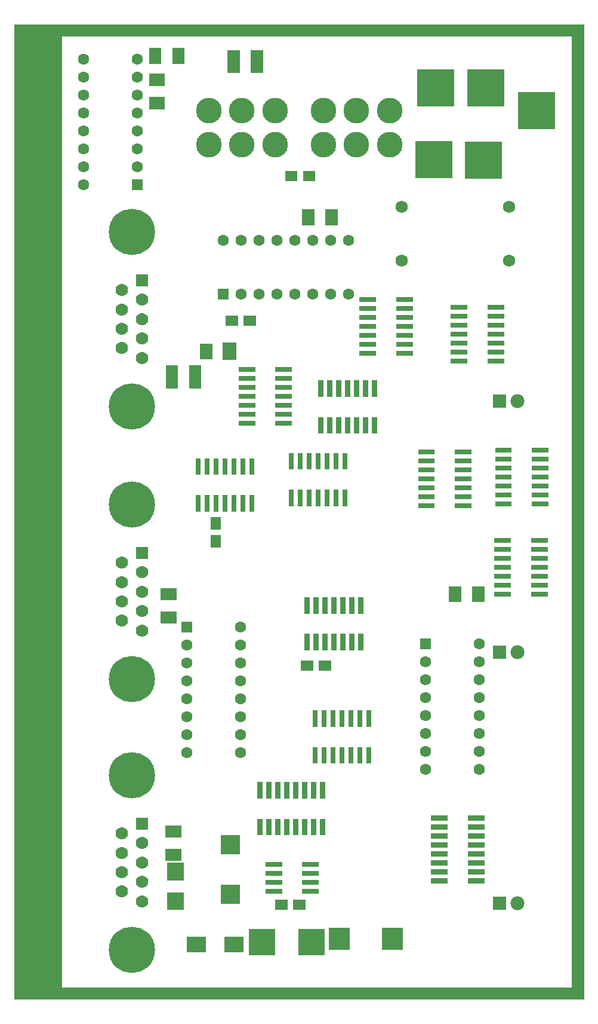
<source format=gbr>
G04 Title: Twister2, solder mask component side *
G04 Creator: pcb-bin 20060321 *
G04 CreationDate: Thu May 25 07:45:50 2006 UTC *
G04 For: clock *
G04 Format: Gerber/RS-274X *
G04 PCB-Dimensions: 322834 546999 *
G04 PCB-Coordinate-Origin: lower left *
%MOIN*%
%FSLAX24Y24*%
%IPPOS*%
%ADD11C,0.0200*%
%ADD12C,0.0479*%
%ADD13C,0.0200*%
%ADD14C,0.0480*%
%ADD15C,0.0120*%
%ADD16C,0.0400*%
%ADD17C,0.0800*%
%ADD18C,0.1080*%
%ADD19C,0.0400*%
%ADD20C,0.0680*%
%ADD21C,0.0399*%
%ADD22C,0.0479*%
%ADD23C,0.0100*%
%ADD24C,0.0374*%
%ADD25R,0.0866X0.0866*%
%ADD26R,0.1142X0.1142*%
%ADD27R,0.0946X0.0946*%
%ADD28C,0.0079*%
%ADD29C,0.0080*%
%ADD30R,0.1102X0.1102*%
%ADD31R,0.1378X0.1378*%
%ADD32R,0.1182X0.1182*%
%ADD33C,0.0394*%
%ADD34R,0.0600X0.0600*%
%ADD35R,0.0876X0.0876*%
%ADD36R,0.0680X0.0680*%
%ADD37R,0.0800X0.0800*%
%ADD38R,0.1076X0.1076*%
%ADD39R,0.0880X0.0880*%
%ADD40C,0.0300*%
%ADD41C,0.0400*%
%ADD42C,0.0200*%
%ADD43R,0.0876X0.0876*%
%ADD44R,0.2000X0.2000*%
%ADD45R,0.2276X0.2276*%
%ADD46R,0.2080X0.2080*%
%ADD47R,0.0500X0.0500*%
%ADD48R,0.0775X0.0775*%
%ADD49R,0.0580X0.0580*%
%ADD50R,0.0552X0.0552*%
%ADD51R,0.0632X0.0632*%
%ADD52C,0.0156*%
%AMTHERM1*7,0,0,0.0828,0.0552,0.0156,45*%
%ADD53THERM1*%
%ADD54R,0.0828X0.0828X0.0552X0.0552*%
%ADD55R,0.0828X0.0828*%
%ADD56C,0.0552*%
%ADD57C,0.0632*%
%ADD58C,0.0828X0.0552*%
%ADD59C,0.0828*%
%ADD60C,0.0600*%
%ADD61C,0.0680*%
%ADD62C,0.0876X0.0600*%
%ADD63C,0.0876*%
%ADD64C,0.0160*%
%AMTHERM2*7,0,0,0.0876,0.0600,0.0160,45*%
%ADD65THERM2*%
%ADD66R,0.0700X0.0700*%
%ADD67R,0.0780X0.0780*%
%ADD68R,0.0975X0.0975X0.0700X0.0700*%
%ADD69R,0.0975X0.0975*%
%ADD70C,0.0700*%
%ADD71C,0.0780*%
%ADD72C,0.0210*%
%AMTHERM3*7,0,0,0.0975,0.0700,0.0210,45*%
%ADD73THERM3*%
%ADD74C,0.0975X0.0700*%
%ADD75C,0.0975*%
%ADD76R,0.0916X0.0916*%
%ADD77R,0.0200X0.0200*%
%ADD78R,0.0476X0.0476*%
%ADD79R,0.0280X0.0280*%
%ADD80C,0.1350*%
%ADD81C,0.1430*%
%ADD82C,0.1626X0.1350*%
%ADD83C,0.1626*%
%ADD84R,0.1378X0.1378*%
%ADD85R,0.1653X0.1653*%
%ADD86R,0.1458X0.1458*%
%ADD87R,0.0984X0.0984*%
%ADD88R,0.1260X0.1260*%
%ADD89R,0.1064X0.1064*%
%ADD90R,0.0620X0.0620*%
%ADD91R,0.0900X0.0900X0.0620X0.0620*%
%ADD92R,0.0900X0.0900*%
%ADD93C,0.0620*%
%ADD94C,0.0900X0.0620*%
%ADD95C,0.0900*%
%ADD96C,0.2500*%
%ADD97C,0.2580*%
%ADD98C,0.0625*%
%AMTHERM4*7,0,0,0.2780,0.2500,0.0625,45*%
%ADD99THERM4*%
%ADD100C,0.2780X0.2500*%
%ADD101C,0.2780*%
%ADD102C,0.0133*%
%AMTHERM5*7,0,0,0.0900,0.0620,0.0133,45*%
%ADD103THERM5*%
%ADD104R,0.2600X0.2600*%
%ADD105R,0.2876X0.2876*%
%ADD106R,0.2680X0.2680*%
%ADD107C,0.0169*%
%ADD108C,0.0135*%
%ADD109C,0.0128*%
%ADD110C,0.0162*%
%ADD111C,0.0122*%
%ADD112C,0.0142*%
%ADD113C,0.0149*%
%ADD114C,0.0119*%
%ADD115C,0.0136*%
%ADD116C,0.0128*%
%ADD117C,0.0108*%
%ADD118C,0.0156*%
%ADD119C,0.0101*%
%ADD120C,0.0094*%
%ADD121C,0.0115*%
%ADD122C,0.0173*%
%ADD123C,0.0146*%
%ADD124C,0.0098*%
%ADD125C,0.0091*%
%ADD126C,0.0118*%
%ADD127C,0.0220*%
%ADD128C,0.0186*%
%ADD129C,0.0152*%
%ADD130C,0.0105*%
%ADD131C,0.0132*%
%ADD132C,0.0800*%
%ADD133C,0.1079*%
%ADD134C,0.1079X0.0800*%
%ADD135C,0.0560*%
%ADD136C,0.0839*%
%ADD137C,0.0839X0.0560*%
%ADD138C,0.0480*%
%ADD139C,0.0759*%
%ADD140C,0.0759X0.0480*%
%ADD141C,0.0650*%
%ADD142C,0.0929*%
%ADD143C,0.0929X0.0650*%
%ADD144C,0.0150*%
%AMTHERM6*7,0,0,0.0929,0.0650,0.0150,45*%
%ADD145THERM6*%
%AMTHERM7*7,0,0,0.1079,0.0800,0.0150,45*%
%ADD146THERM7*%
%ADD147C,0.0839*%
%ADD148C,0.0839X0.0560*%
%ADD149C,0.1080X0.0800*%
%ADD150C,0.0160*%
%AMTHERM8*7,0,0,0.0839,0.0560,0.0160,45*%
%ADD151THERM8*%
%ADD152C,0.0120*%
%AMTHERM9*7,0,0,0.0759,0.0480,0.0120,45*%
%ADD153THERM9*%
%ADD154C,0.0150*%
%AMTHERM10*7,0,0,0.1080,0.0800,0.0150,45*%
%ADD155THERM10*%
%ADD156C,0.0560*%
%ADD157C,0.0839*%
%ADD158C,0.0839X0.0560*%
%LNGROUP_3*%
%LPD*%
G01X0Y0D02*
G54D27*X9153Y7318D02*Y7278D01*
Y5664D02*Y5625D01*
G54D32*X18303Y3559D02*Y3520D01*
X21256Y3559D02*Y3520D01*
G54D36*X2460Y499D02*X31630D01*
G54D46*X26480Y51009D03*
X26350Y46969D03*
X23580Y46989D03*
G54D36*X8010Y50149D02*X8210D01*
X8010Y51449D02*X8210D01*
X8010Y52889D02*Y52689D01*
X9310Y52889D02*Y52689D01*
G54D46*X29320Y49749D03*
X23690Y51009D03*
G54D36*X26060Y22869D02*Y22669D01*
X24760Y22869D02*Y22669D01*
G54D39*X12335Y3234D02*X12515D01*
X10205D02*X10405D01*
G54D49*X16450Y18789D02*X16550D01*
X17450D02*X17550D01*
X15560Y46079D02*X15660D01*
X16560D02*X16660D01*
G54D79*X17370Y12159D02*Y11509D01*
X16870Y12159D02*Y11509D01*
X16370Y12159D02*Y11509D01*
X15870Y12159D02*Y11509D01*
X15370Y12159D02*Y11509D01*
X14870Y12159D02*Y11509D01*
X14370Y12159D02*Y11509D01*
Y10109D02*Y9459D01*
X14870Y10109D02*Y9459D01*
X15370Y10109D02*Y9459D01*
X15870Y10109D02*Y9459D01*
X16370Y10109D02*Y9459D01*
X16870Y10109D02*Y9459D01*
X17370Y10109D02*Y9459D01*
X13870Y12159D02*Y11509D01*
Y10109D02*Y9459D01*
X10410Y30209D02*Y29559D01*
X10910Y30209D02*Y29559D01*
X11410Y30209D02*Y29559D01*
X11910Y30209D02*Y29559D01*
X12410Y30209D02*Y29559D01*
X12910Y30209D02*Y29559D01*
X13410Y30209D02*Y29559D01*
Y28159D02*Y27509D01*
X12910Y28159D02*Y27509D01*
X12410Y28159D02*Y27509D01*
X11910Y28159D02*Y27509D01*
X11410Y28159D02*Y27509D01*
X10910Y28159D02*Y27509D01*
X10410Y28159D02*Y27509D01*
X18610Y28459D02*Y27809D01*
X18110Y28459D02*Y27809D01*
X17610Y28459D02*Y27809D01*
X17110Y28459D02*Y27809D01*
X16610Y28459D02*Y27809D01*
X16110Y28459D02*Y27809D01*
X15610Y28459D02*Y27809D01*
Y30509D02*Y29859D01*
X16110Y30509D02*Y29859D01*
X16610Y30509D02*Y29859D01*
X17110Y30509D02*Y29859D01*
X17610Y30509D02*Y29859D01*
X18110Y30509D02*Y29859D01*
X18610Y30509D02*Y29859D01*
G54D49*X15020Y5449D02*X15120D01*
X16020D02*X16120D01*
G54D79*X16500Y22469D02*Y21819D01*
X17000Y22469D02*Y21819D01*
X17500Y22469D02*Y21819D01*
X18000Y22469D02*Y21819D01*
X18500Y22469D02*Y21819D01*
X19000Y22469D02*Y21819D01*
X19500Y22469D02*Y21819D01*
Y20419D02*Y19769D01*
X19000Y20419D02*Y19769D01*
X18500Y20419D02*Y19769D01*
X18000Y20419D02*Y19769D01*
X17500Y20419D02*Y19769D01*
X17000Y20419D02*Y19769D01*
X16500Y20419D02*Y19769D01*
X16360Y6209D02*X17010D01*
X16360Y6709D02*X17010D01*
X16360Y7209D02*X17010D01*
X16360Y7709D02*X17010D01*
X14310D02*X14960D01*
X14310Y7209D02*X14960D01*
X14310Y6709D02*X14960D01*
X14310Y6209D02*X14960D01*
G54D49*X11400Y25769D02*Y25669D01*
Y26769D02*Y26669D01*
G54D36*X2470Y54199D02*X31630D01*
G54D79*X23560Y10289D02*X24210D01*
X23560Y9789D02*X24210D01*
X23560Y9289D02*X24210D01*
X23560Y8789D02*X24210D01*
X23560Y8289D02*X24210D01*
X23560Y7789D02*X24210D01*
X23560Y7289D02*X24210D01*
X25610D02*X26260D01*
X25610Y7789D02*X26260D01*
X25610Y8289D02*X26260D01*
X25610Y8789D02*X26260D01*
X25610Y9289D02*X26260D01*
X25610Y9789D02*X26260D01*
X25610Y10289D02*X26260D01*
X23560Y6789D02*X24210D01*
X25610D02*X26260D01*
G54D36*X8930Y9529D02*X9130D01*
X8930Y8229D02*X9130D01*
G54D79*X29150Y25759D02*X29800D01*
X29150Y25259D02*X29800D01*
X29150Y24759D02*X29800D01*
X29150Y24259D02*X29800D01*
X29150Y23759D02*X29800D01*
X29150Y23259D02*X29800D01*
X29150Y22759D02*X29800D01*
X27100D02*X27750D01*
X27100Y23259D02*X27750D01*
X27100Y23759D02*X27750D01*
X27100Y24259D02*X27750D01*
X27100Y24759D02*X27750D01*
X27100Y25259D02*X27750D01*
X27100Y25759D02*X27750D01*
X12810Y32309D02*X13460D01*
X12810Y32809D02*X13460D01*
X12810Y33309D02*X13460D01*
X12810Y33809D02*X13460D01*
X12810Y34309D02*X13460D01*
X12810Y34809D02*X13460D01*
X12810Y35309D02*X13460D01*
X14860D02*X15510D01*
X14860Y34809D02*X15510D01*
X14860Y34309D02*X15510D01*
X14860Y33809D02*X15510D01*
X14860Y33309D02*X15510D01*
X14860Y32809D02*X15510D01*
X14860Y32309D02*X15510D01*
X26710Y38759D02*X27360D01*
X26710Y38259D02*X27360D01*
X26710Y37759D02*X27360D01*
X26710Y37259D02*X27360D01*
X26710Y36759D02*X27360D01*
X26710Y36259D02*X27360D01*
X26710Y35759D02*X27360D01*
X24660D02*X25310D01*
X24660Y36259D02*X25310D01*
X24660Y36759D02*X25310D01*
X24660Y37259D02*X25310D01*
X24660Y37759D02*X25310D01*
X24660Y38259D02*X25310D01*
X24660Y38759D02*X25310D01*
X20260Y32509D02*Y31859D01*
X19760Y32509D02*Y31859D01*
X19260Y32509D02*Y31859D01*
X18760Y32509D02*Y31859D01*
X18260Y32509D02*Y31859D01*
X17760Y32509D02*Y31859D01*
X17260Y32509D02*Y31859D01*
Y34559D02*Y33909D01*
X17760Y34559D02*Y33909D01*
X18260Y34559D02*Y33909D01*
X18760Y34559D02*Y33909D01*
X19260Y34559D02*Y33909D01*
X19760Y34559D02*Y33909D01*
X20260Y34559D02*Y33909D01*
X16940Y16159D02*Y15509D01*
X17440Y16159D02*Y15509D01*
X17940Y16159D02*Y15509D01*
X18440Y16159D02*Y15509D01*
X18940Y16159D02*Y15509D01*
X19440Y16159D02*Y15509D01*
X19940Y16159D02*Y15509D01*
Y14109D02*Y13459D01*
X19440Y14109D02*Y13459D01*
X18940Y14109D02*Y13459D01*
X18440Y14109D02*Y13459D01*
X17940Y14109D02*Y13459D01*
X17440Y14109D02*Y13459D01*
X16940Y14109D02*Y13459D01*
X29190Y30799D02*X29840D01*
X29190Y30299D02*X29840D01*
X29190Y29799D02*X29840D01*
X29190Y29299D02*X29840D01*
X29190Y28799D02*X29840D01*
X29190Y28299D02*X29840D01*
X29190Y27799D02*X29840D01*
X27140D02*X27790D01*
X27140Y28299D02*X27790D01*
X27140Y28799D02*X27790D01*
X27140Y29299D02*X27790D01*
X27140Y29799D02*X27790D01*
X27140Y30299D02*X27790D01*
X27140Y30799D02*X27790D01*
G54D36*X10240Y35179D02*Y34579D01*
X8940Y35179D02*Y34579D01*
G54D67*X12160Y36409D02*Y36209D01*
G54D36*X10860Y36409D02*Y36209D01*
G54D86*X16738Y3359D03*
X13982D03*
G54D89*X12210Y8787D03*
Y6032D03*
G54D36*X13700Y52769D02*Y52169D01*
X12400Y52769D02*Y52169D01*
X8660Y21459D02*X8860D01*
X8660Y22759D02*X8860D01*
X17870Y43879D02*Y43679D01*
X16570Y43879D02*Y43679D01*
G54D79*X19560Y36209D02*X20210D01*
X19560Y36709D02*X20210D01*
X19560Y37209D02*X20210D01*
X19560Y37709D02*X20210D01*
X19560Y38209D02*X20210D01*
X19560Y38709D02*X20210D01*
X19560Y39209D02*X20210D01*
X21610D02*X22260D01*
X21610Y38709D02*X22260D01*
X21610Y38209D02*X22260D01*
X21610Y37709D02*X22260D01*
X21610Y37209D02*X22260D01*
X21610Y36709D02*X22260D01*
X21610Y36209D02*X22260D01*
G54D49*X13250Y38019D02*X13350D01*
X12250D02*X12350D01*
G54D36*X31625Y54050D02*Y950D01*
G54D79*X24890Y30699D02*X25540D01*
X24890Y30199D02*X25540D01*
X24890Y29699D02*X25540D01*
X24890Y29199D02*X25540D01*
X24890Y28699D02*X25540D01*
X24890Y28199D02*X25540D01*
X24890Y27699D02*X25540D01*
X22840D02*X23490D01*
X22840Y28199D02*X23490D01*
X22840Y28699D02*X23490D01*
X22840Y29199D02*X23490D01*
X22840Y29699D02*X23490D01*
X22840Y30199D02*X23490D01*
X22840Y30699D02*X23490D01*
G54D106*X1484Y53199D02*Y1499D01*
G54D51*X7010Y45599D03*
G54D57*Y46599D03*
Y47599D03*
Y48599D03*
Y49599D03*
Y50599D03*
Y51599D03*
Y52599D03*
X4010D03*
Y51599D03*
Y50599D03*
Y49599D03*
Y48599D03*
Y47599D03*
Y46599D03*
Y45599D03*
G54D61*X27780Y44369D03*
X21780D03*
Y41369D03*
X27780D03*
G54D67*X27260Y5539D03*
G54D71*X28260D03*
G54D51*X9770Y20939D03*
G54D57*Y19939D03*
Y18939D03*
Y17939D03*
Y16939D03*
Y15939D03*
Y14939D03*
Y13939D03*
X12770D03*
Y14939D03*
Y15939D03*
Y16939D03*
Y17939D03*
Y18939D03*
Y19939D03*
Y20939D03*
G54D67*X27260Y19539D03*
G54D71*X28260D03*
G54D81*X12850Y47849D03*
X14700D03*
X11000D03*
Y49749D03*
X12850D03*
X14700D03*
G54D51*X23110Y19989D03*
G54D57*Y18989D03*
Y17989D03*
Y16989D03*
Y15989D03*
Y14989D03*
Y13989D03*
Y12989D03*
X26110D03*
Y13989D03*
Y14989D03*
Y15989D03*
Y16989D03*
Y17989D03*
Y18989D03*
Y19989D03*
G54D67*X27260Y33539D03*
G54D71*X28260D03*
G54D81*X19250Y47849D03*
X21100D03*
X17400D03*
Y49749D03*
X19250D03*
X21100D03*
G54D51*X11810Y39509D03*
G54D57*X12810D03*
X13810D03*
X14810D03*
X15810D03*
X16810D03*
X17810D03*
X18810D03*
Y42509D03*
X17810D03*
X16810D03*
X15810D03*
X14810D03*
X13810D03*
X12810D03*
X11810D03*
G54D66*X7270Y40269D03*
G54D70*Y39189D03*
Y38109D03*
Y37029D03*
Y35949D03*
G54D97*X6710Y42969D03*
Y33249D03*
G54D70*X6150Y36489D03*
Y37569D03*
Y38649D03*
Y39729D03*
G54D66*X7270Y9969D03*
G54D70*Y8889D03*
Y7809D03*
Y6729D03*
Y5649D03*
G54D97*X6710Y12669D03*
Y2949D03*
G54D70*X6150Y6189D03*
Y7269D03*
Y8349D03*
Y9429D03*
G54D66*X7270Y25069D03*
G54D70*Y23989D03*
Y22909D03*
Y21829D03*
Y20749D03*
G54D97*X6710Y27769D03*
Y18049D03*
G54D70*X6150Y21289D03*
Y22369D03*
Y23449D03*
Y24529D03*
M02*

</source>
